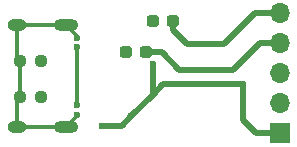
<source format=gbr>
%TF.GenerationSoftware,KiCad,Pcbnew,8.0.8*%
%TF.CreationDate,2025-06-15T19:23:17+08:00*%
%TF.ProjectId,USB_C_Connector,5553425f-435f-4436-9f6e-6e6563746f72,rev?*%
%TF.SameCoordinates,Original*%
%TF.FileFunction,Copper,L2,Bot*%
%TF.FilePolarity,Positive*%
%FSLAX46Y46*%
G04 Gerber Fmt 4.6, Leading zero omitted, Abs format (unit mm)*
G04 Created by KiCad (PCBNEW 8.0.8) date 2025-06-15 19:23:17*
%MOMM*%
%LPD*%
G01*
G04 APERTURE LIST*
G04 Aperture macros list*
%AMRoundRect*
0 Rectangle with rounded corners*
0 $1 Rounding radius*
0 $2 $3 $4 $5 $6 $7 $8 $9 X,Y pos of 4 corners*
0 Add a 4 corners polygon primitive as box body*
4,1,4,$2,$3,$4,$5,$6,$7,$8,$9,$2,$3,0*
0 Add four circle primitives for the rounded corners*
1,1,$1+$1,$2,$3*
1,1,$1+$1,$4,$5*
1,1,$1+$1,$6,$7*
1,1,$1+$1,$8,$9*
0 Add four rect primitives between the rounded corners*
20,1,$1+$1,$2,$3,$4,$5,0*
20,1,$1+$1,$4,$5,$6,$7,0*
20,1,$1+$1,$6,$7,$8,$9,0*
20,1,$1+$1,$8,$9,$2,$3,0*%
G04 Aperture macros list end*
%TA.AperFunction,ComponentPad*%
%ADD10R,1.700000X1.700000*%
%TD*%
%TA.AperFunction,ComponentPad*%
%ADD11O,1.700000X1.700000*%
%TD*%
%TA.AperFunction,HeatsinkPad*%
%ADD12O,2.100000X1.000000*%
%TD*%
%TA.AperFunction,HeatsinkPad*%
%ADD13O,1.600000X1.000000*%
%TD*%
%TA.AperFunction,SMDPad,CuDef*%
%ADD14RoundRect,0.237500X0.250000X0.237500X-0.250000X0.237500X-0.250000X-0.237500X0.250000X-0.237500X0*%
%TD*%
%TA.AperFunction,SMDPad,CuDef*%
%ADD15RoundRect,0.237500X0.287500X0.237500X-0.287500X0.237500X-0.287500X-0.237500X0.287500X-0.237500X0*%
%TD*%
%TA.AperFunction,ViaPad*%
%ADD16C,0.600000*%
%TD*%
%TA.AperFunction,Conductor*%
%ADD17C,0.300000*%
%TD*%
%TA.AperFunction,Conductor*%
%ADD18C,0.500000*%
%TD*%
G04 APERTURE END LIST*
D10*
%TO.P,J2,1,Pin_1*%
%TO.N,GND*%
X58801000Y-56007000D03*
D11*
%TO.P,J2,2,Pin_2*%
%TO.N,D+*%
X58801000Y-53467000D03*
%TO.P,J2,3,Pin_3*%
%TO.N,D-*%
X58801000Y-50927000D03*
%TO.P,J2,4,Pin_4*%
%TO.N,Net-(D2-A)*%
X58801000Y-48387000D03*
%TO.P,J2,5,Pin_5*%
%TO.N,Net-(D1-A)*%
X58801000Y-45847000D03*
%TD*%
D12*
%TO.P,J1,S1,SHIELD*%
%TO.N,GND*%
X40645800Y-46835600D03*
D13*
X36465800Y-46835600D03*
D12*
X40645800Y-55475600D03*
D13*
X36465800Y-55475600D03*
%TD*%
D14*
%TO.P,R2,1*%
%TO.N,Net-(J1-CC2)*%
X38555300Y-52908200D03*
%TO.P,R2,2*%
%TO.N,GND*%
X36730300Y-52908200D03*
%TD*%
D15*
%TO.P,F1,1*%
%TO.N,Net-(D2-A)*%
X47458600Y-49123600D03*
%TO.P,F1,2*%
%TO.N,+5V*%
X45708600Y-49123600D03*
%TD*%
%TO.P,F2,1*%
%TO.N,Net-(D1-A)*%
X49744600Y-46507400D03*
%TO.P,F2,2*%
%TO.N,+3.3V*%
X47994600Y-46507400D03*
%TD*%
D14*
%TO.P,R1,1*%
%TO.N,Net-(J1-CC1)*%
X38557200Y-49911000D03*
%TO.P,R1,2*%
%TO.N,GND*%
X36732200Y-49911000D03*
%TD*%
D16*
%TO.N,GND*%
X43662600Y-55345500D03*
X48000500Y-50087700D03*
X41560800Y-47905600D03*
X41560800Y-54405600D03*
X55626000Y-51841400D03*
X46177200Y-54533800D03*
%TO.N,+5V*%
X45725500Y-49137700D03*
X41560800Y-48705600D03*
X41560800Y-53605600D03*
%TO.N,+3.3V*%
X48004900Y-46507400D03*
%TO.N,Net-(J1-CC1)*%
X38557200Y-49911000D03*
%TO.N,Net-(J1-CC2)*%
X38555300Y-52908200D03*
%TO.N,Net-(D1-A)*%
X51996100Y-48435900D03*
%TO.N,Net-(D2-A)*%
X51996100Y-50620300D03*
%TD*%
D17*
%TO.N,GND*%
X36465800Y-49644600D02*
X36732200Y-49911000D01*
D18*
X45365500Y-55345500D02*
X46177200Y-54533800D01*
X48000500Y-52710500D02*
X48000500Y-50087700D01*
X55626000Y-51841400D02*
X55626000Y-54864000D01*
X43662600Y-55345500D02*
X45365500Y-55345500D01*
X55626000Y-51841400D02*
X48869600Y-51841400D01*
D17*
X36730300Y-49912900D02*
X36732200Y-49911000D01*
X36465800Y-53172700D02*
X36730300Y-52908200D01*
X40645800Y-55475600D02*
X41560800Y-54560600D01*
D18*
X48869600Y-51841400D02*
X48000500Y-52710500D01*
D17*
X36465800Y-55475600D02*
X36465800Y-53172700D01*
D18*
X56769000Y-56007000D02*
X58801000Y-56007000D01*
D17*
X40645800Y-46835600D02*
X41560800Y-47750600D01*
D18*
X46177200Y-54533800D02*
X48000500Y-52710500D01*
D17*
X41560800Y-54560600D02*
X41560800Y-54405600D01*
X36465800Y-46835600D02*
X40645800Y-46835600D01*
X36465800Y-46835600D02*
X36465800Y-49644600D01*
X41560800Y-47750600D02*
X41560800Y-47905600D01*
X36465800Y-55475600D02*
X40645800Y-55475600D01*
D18*
X55626000Y-54864000D02*
X56769000Y-56007000D01*
D17*
X36730300Y-52908200D02*
X36730300Y-49912900D01*
%TO.N,+5V*%
X45711400Y-49123600D02*
X45725500Y-49137700D01*
X45683200Y-49123600D02*
X45711400Y-49123600D01*
X41560800Y-48705600D02*
X41560800Y-53605600D01*
%TO.N,+3.3V*%
X48008600Y-46507400D02*
X48004900Y-46507400D01*
D18*
%TO.N,Net-(D1-A)*%
X50901600Y-48412400D02*
X51972600Y-48412400D01*
X51996100Y-48435900D02*
X54027700Y-48435900D01*
X56616600Y-45847000D02*
X58801000Y-45847000D01*
X49744600Y-47255400D02*
X50901600Y-48412400D01*
X49744600Y-46507400D02*
X49744600Y-47255400D01*
X54027700Y-48435900D02*
X56616600Y-45847000D01*
X51972600Y-48412400D02*
X51996100Y-48435900D01*
%TO.N,Net-(D2-A)*%
X52023400Y-50647600D02*
X54787800Y-50647600D01*
X48742600Y-49123600D02*
X50215800Y-50596800D01*
X51996100Y-50620300D02*
X52023400Y-50647600D01*
X47458600Y-49123600D02*
X48742600Y-49123600D01*
X58164100Y-48435900D02*
X58166000Y-48437800D01*
X54787800Y-50647600D02*
X57048400Y-48387000D01*
X50215800Y-50596800D02*
X51972600Y-50596800D01*
X51972600Y-50596800D02*
X51996100Y-50620300D01*
X57048400Y-48387000D02*
X58801000Y-48387000D01*
%TD*%
M02*

</source>
